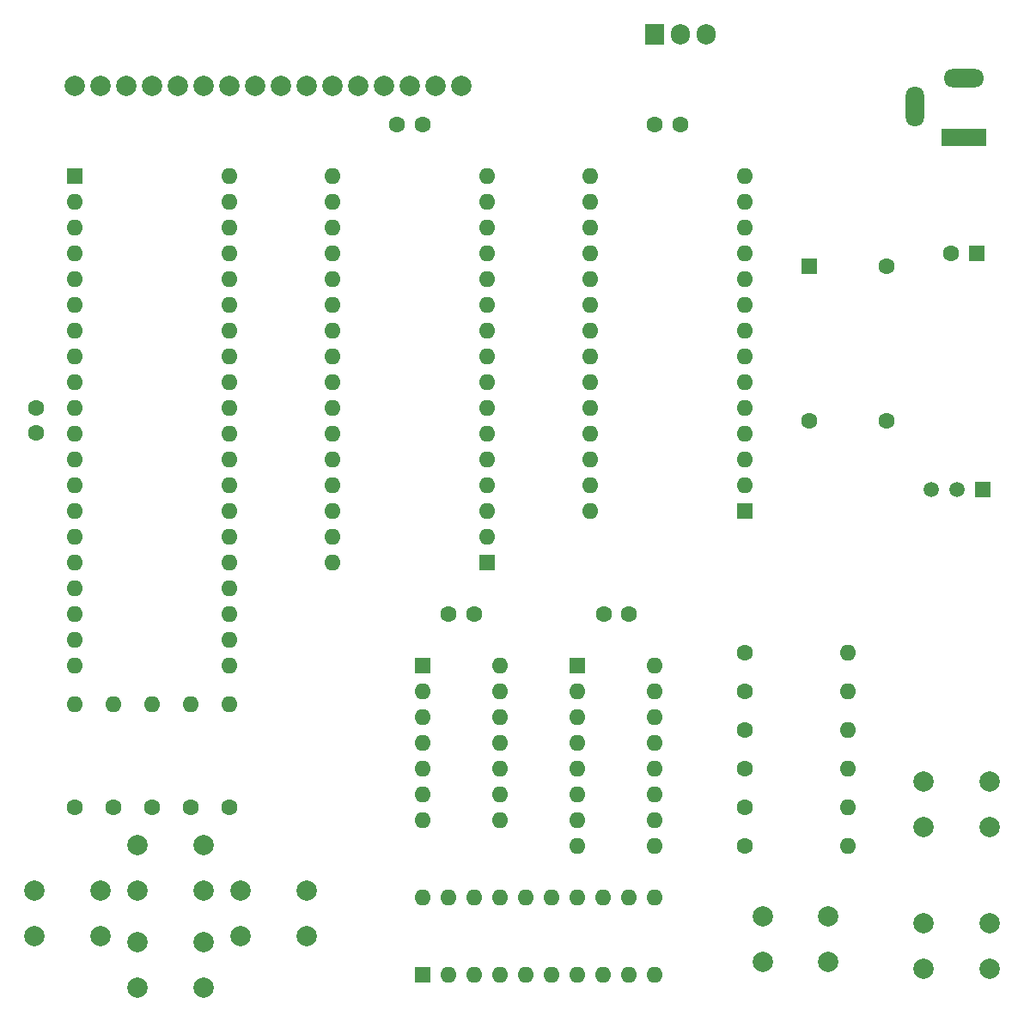
<source format=gbr>
%TF.GenerationSoftware,KiCad,Pcbnew,7.0.7*%
%TF.CreationDate,2023-12-16T17:10:39+02:00*%
%TF.ProjectId,main,6d61696e-2e6b-4696-9361-645f70636258,rev?*%
%TF.SameCoordinates,Original*%
%TF.FileFunction,Soldermask,Top*%
%TF.FilePolarity,Negative*%
%FSLAX46Y46*%
G04 Gerber Fmt 4.6, Leading zero omitted, Abs format (unit mm)*
G04 Created by KiCad (PCBNEW 7.0.7) date 2023-12-16 17:10:39*
%MOMM*%
%LPD*%
G01*
G04 APERTURE LIST*
%ADD10C,1.600000*%
%ADD11O,1.600000X1.600000*%
%ADD12R,1.500000X1.500000*%
%ADD13C,1.500000*%
%ADD14C,2.000000*%
%ADD15R,1.905000X2.000000*%
%ADD16O,1.905000X2.000000*%
%ADD17R,1.600000X1.600000*%
%ADD18R,4.400000X1.800000*%
%ADD19O,4.000000X1.800000*%
%ADD20O,1.800000X4.000000*%
G04 APERTURE END LIST*
D10*
%TO.C,R1*%
X33020000Y-102870000D03*
D11*
X33020000Y-92710000D03*
%TD*%
D10*
%TO.C,C3*%
X90210000Y-35560000D03*
X92710000Y-35560000D03*
%TD*%
%TO.C,R10*%
X99060000Y-102870000D03*
D11*
X109220000Y-102870000D03*
%TD*%
D12*
%TO.C,U4*%
X122480000Y-71570000D03*
D13*
X119940000Y-71570000D03*
X117400000Y-71570000D03*
%TD*%
D14*
%TO.C,SW7*%
X116690000Y-114300000D03*
X123190000Y-114300000D03*
X116690000Y-118800000D03*
X123190000Y-118800000D03*
%TD*%
D15*
%TO.C,U7*%
X90170000Y-26670000D03*
D16*
X92710000Y-26670000D03*
X95250000Y-26670000D03*
%TD*%
D14*
%TO.C,SW5*%
X49380000Y-111070000D03*
X55880000Y-111070000D03*
X49380000Y-115570000D03*
X55880000Y-115570000D03*
%TD*%
%TO.C,SW1*%
X100815000Y-113610000D03*
X107315000Y-113610000D03*
X100815000Y-118110000D03*
X107315000Y-118110000D03*
%TD*%
D10*
%TO.C,C1*%
X29210000Y-63500000D03*
X29210000Y-66000000D03*
%TD*%
D14*
%TO.C,SW2*%
X39220000Y-106570000D03*
X45720000Y-106570000D03*
X39220000Y-111070000D03*
X45720000Y-111070000D03*
%TD*%
D10*
%TO.C,R3*%
X40640000Y-102870000D03*
D11*
X40640000Y-92710000D03*
%TD*%
D10*
%TO.C,C4*%
X72390000Y-83820000D03*
X69890000Y-83820000D03*
%TD*%
%TO.C,C2*%
X64770000Y-35560000D03*
X67270000Y-35560000D03*
%TD*%
D17*
%TO.C,U6*%
X82550000Y-88900000D03*
D11*
X82550000Y-91440000D03*
X82550000Y-93980000D03*
X82550000Y-96520000D03*
X82550000Y-99060000D03*
X82550000Y-101600000D03*
X82550000Y-104140000D03*
X82550000Y-106680000D03*
X90170000Y-106680000D03*
X90170000Y-104140000D03*
X90170000Y-101600000D03*
X90170000Y-99060000D03*
X90170000Y-96520000D03*
X90170000Y-93980000D03*
X90170000Y-91440000D03*
X90170000Y-88900000D03*
%TD*%
D14*
%TO.C,SW6*%
X116690000Y-100330000D03*
X123190000Y-100330000D03*
X116690000Y-104830000D03*
X123190000Y-104830000D03*
%TD*%
D10*
%TO.C,R11*%
X99060000Y-106680000D03*
D11*
X109220000Y-106680000D03*
%TD*%
D17*
%TO.C,U1*%
X33020000Y-40640000D03*
D11*
X33020000Y-43180000D03*
X33020000Y-45720000D03*
X33020000Y-48260000D03*
X33020000Y-50800000D03*
X33020000Y-53340000D03*
X33020000Y-55880000D03*
X33020000Y-58420000D03*
X33020000Y-60960000D03*
X33020000Y-63500000D03*
X33020000Y-66040000D03*
X33020000Y-68580000D03*
X33020000Y-71120000D03*
X33020000Y-73660000D03*
X33020000Y-76200000D03*
X33020000Y-78740000D03*
X33020000Y-81280000D03*
X33020000Y-83820000D03*
X33020000Y-86360000D03*
X33020000Y-88900000D03*
X48260000Y-88900000D03*
X48260000Y-86360000D03*
X48260000Y-83820000D03*
X48260000Y-81280000D03*
X48260000Y-78740000D03*
X48260000Y-76200000D03*
X48260000Y-73660000D03*
X48260000Y-71120000D03*
X48260000Y-68580000D03*
X48260000Y-66040000D03*
X48260000Y-63500000D03*
X48260000Y-60960000D03*
X48260000Y-58420000D03*
X48260000Y-55880000D03*
X48260000Y-53340000D03*
X48260000Y-50800000D03*
X48260000Y-48260000D03*
X48260000Y-45720000D03*
X48260000Y-43180000D03*
X48260000Y-40640000D03*
%TD*%
D14*
%TO.C,SW4*%
X29060000Y-111070000D03*
X35560000Y-111070000D03*
X29060000Y-115570000D03*
X35560000Y-115570000D03*
%TD*%
D17*
%TO.C,U3*%
X99060000Y-73660000D03*
D11*
X99060000Y-71120000D03*
X99060000Y-68580000D03*
X99060000Y-66040000D03*
X99060000Y-63500000D03*
X99060000Y-60960000D03*
X99060000Y-58420000D03*
X99060000Y-55880000D03*
X99060000Y-53340000D03*
X99060000Y-50800000D03*
X99060000Y-48260000D03*
X99060000Y-45720000D03*
X99060000Y-43180000D03*
X99060000Y-40640000D03*
X83820000Y-40640000D03*
X83820000Y-43180000D03*
X83820000Y-45720000D03*
X83820000Y-48260000D03*
X83820000Y-50800000D03*
X83820000Y-53340000D03*
X83820000Y-55880000D03*
X83820000Y-58420000D03*
X83820000Y-60960000D03*
X83820000Y-63500000D03*
X83820000Y-66040000D03*
X83820000Y-68580000D03*
X83820000Y-71120000D03*
X83820000Y-73660000D03*
%TD*%
D17*
%TO.C,U8*%
X67310000Y-119380000D03*
D11*
X69850000Y-119380000D03*
X72390000Y-119380000D03*
X74930000Y-119380000D03*
X77470000Y-119380000D03*
X80010000Y-119380000D03*
X82550000Y-119380000D03*
X85090000Y-119380000D03*
X87630000Y-119380000D03*
X90170000Y-119380000D03*
X90170000Y-111760000D03*
X87630000Y-111760000D03*
X85090000Y-111760000D03*
X82550000Y-111760000D03*
X80010000Y-111760000D03*
X77470000Y-111760000D03*
X74930000Y-111760000D03*
X72390000Y-111760000D03*
X69850000Y-111760000D03*
X67310000Y-111760000D03*
%TD*%
D10*
%TO.C,R7*%
X99060000Y-91440000D03*
D11*
X109220000Y-91440000D03*
%TD*%
D10*
%TO.C,R5*%
X48260000Y-102870000D03*
D11*
X48260000Y-92710000D03*
%TD*%
D10*
%TO.C,R8*%
X99060000Y-95250000D03*
D11*
X109220000Y-95250000D03*
%TD*%
D10*
%TO.C,R4*%
X44450000Y-102870000D03*
D11*
X44450000Y-92710000D03*
%TD*%
D10*
%TO.C,C5*%
X87670000Y-83820000D03*
X85170000Y-83820000D03*
%TD*%
D17*
%TO.C,U2*%
X73660000Y-78740000D03*
D11*
X73660000Y-76200000D03*
X73660000Y-73660000D03*
X73660000Y-71120000D03*
X73660000Y-68580000D03*
X73660000Y-66040000D03*
X73660000Y-63500000D03*
X73660000Y-60960000D03*
X73660000Y-58420000D03*
X73660000Y-55880000D03*
X73660000Y-53340000D03*
X73660000Y-50800000D03*
X73660000Y-48260000D03*
X73660000Y-45720000D03*
X73660000Y-43180000D03*
X73660000Y-40640000D03*
X58420000Y-40640000D03*
X58420000Y-43180000D03*
X58420000Y-45720000D03*
X58420000Y-48260000D03*
X58420000Y-50800000D03*
X58420000Y-53340000D03*
X58420000Y-55880000D03*
X58420000Y-58420000D03*
X58420000Y-60960000D03*
X58420000Y-63500000D03*
X58420000Y-66040000D03*
X58420000Y-68580000D03*
X58420000Y-71120000D03*
X58420000Y-73660000D03*
X58420000Y-76200000D03*
X58420000Y-78740000D03*
%TD*%
D10*
%TO.C,R9*%
X99060000Y-99060000D03*
D11*
X109220000Y-99060000D03*
%TD*%
D17*
%TO.C,U5*%
X67310000Y-88900000D03*
D11*
X67310000Y-91440000D03*
X67310000Y-93980000D03*
X67310000Y-96520000D03*
X67310000Y-99060000D03*
X67310000Y-101600000D03*
X67310000Y-104140000D03*
X74930000Y-104140000D03*
X74930000Y-101600000D03*
X74930000Y-99060000D03*
X74930000Y-96520000D03*
X74930000Y-93980000D03*
X74930000Y-91440000D03*
X74930000Y-88900000D03*
%TD*%
D17*
%TO.C,C6*%
X121920000Y-48260000D03*
D10*
X119420000Y-48260000D03*
%TD*%
%TO.C,R6*%
X99060000Y-87630000D03*
D11*
X109220000Y-87630000D03*
%TD*%
D17*
%TO.C,X1*%
X105410000Y-49530000D03*
D10*
X105410000Y-64770000D03*
X113030000Y-64770000D03*
X113030000Y-49530000D03*
%TD*%
D14*
%TO.C,SW3*%
X39220000Y-116150000D03*
X45720000Y-116150000D03*
X39220000Y-120650000D03*
X45720000Y-120650000D03*
%TD*%
D10*
%TO.C,R2*%
X36830000Y-102870000D03*
D11*
X36830000Y-92710000D03*
%TD*%
D18*
%TO.C,J1*%
X120650000Y-36830000D03*
D19*
X120650000Y-31030000D03*
D20*
X115850000Y-33830000D03*
%TD*%
D14*
%TO.C,LCD1*%
X38100000Y-31750000D03*
X68580000Y-31750000D03*
X71120000Y-31750000D03*
X33020000Y-31750000D03*
X35560000Y-31750000D03*
X40640000Y-31750000D03*
X43180000Y-31750000D03*
X45720000Y-31750000D03*
X48260000Y-31750000D03*
X50800000Y-31750000D03*
X53340000Y-31750000D03*
X55880000Y-31750000D03*
X58420000Y-31750000D03*
X60960000Y-31750000D03*
X63500000Y-31750000D03*
X66040000Y-31750000D03*
%TD*%
M02*

</source>
